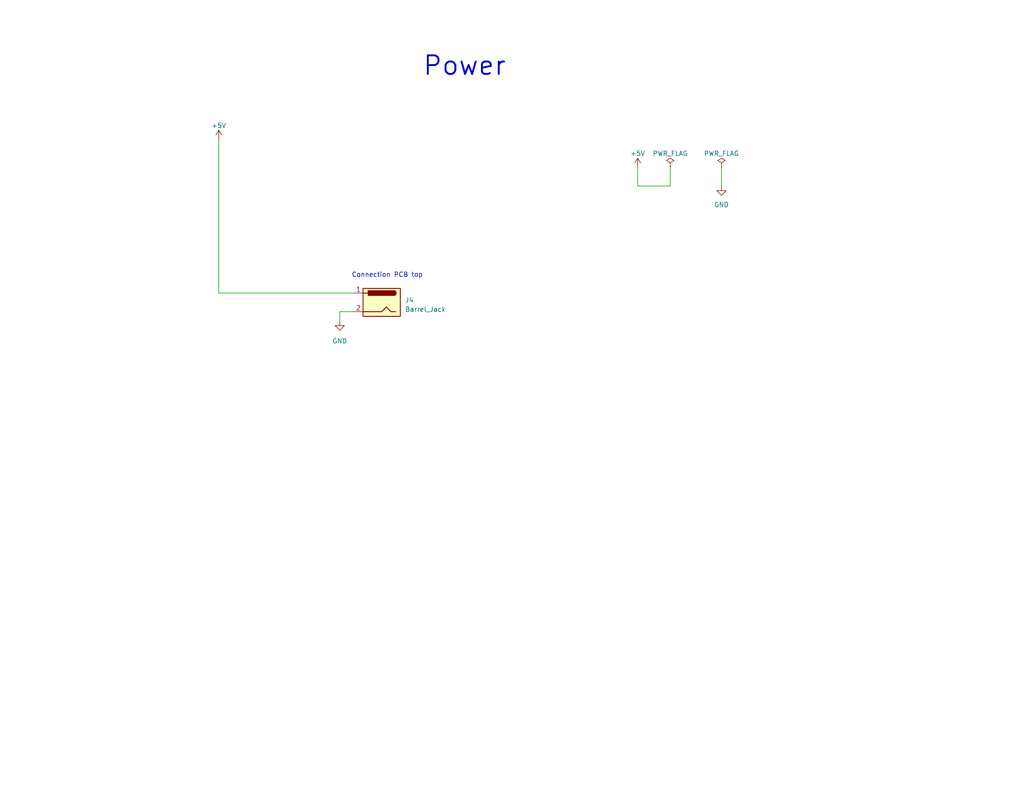
<source format=kicad_sch>
(kicad_sch (version 20250114) (generator "eeschema") (generator_version "9.0")
  (paper "USLetter")
  (title_block (title "12-12 Teensy G4.1 Arena Top Modular LED Display") (date "2025-07-22") (rev "v0.4.1") (company "IORodeo for Reiserlab @ Janelia"))
  (lib_symbols
    (symbol "Connector:Barrel_Jack" (pin_names (offset 1.016))
      (property "Reference" "J" (at 0 5.334 0))
      (property "Value" "Barrel_Jack" (at 0 -5.08 0))
      (symbol "Barrel_Jack_0_1"
        (rectangle (start -5.08 3.81) (end 5.08 -3.81) (stroke (width 0.254)) (fill (type background)))
        (polyline (pts (xy -3.81 -2.54) (xy -2.54 -2.54) (xy -1.27 -1.27) (xy 0 -2.54) (xy 2.54 -2.54) (xy 5.08 -2.54)) (stroke (width 0.254)))
        (arc (start -3.302 1.905) (mid -3.9343 2.54) (end -3.302 3.175) (stroke (width 0.254)))
        (arc (start -3.302 1.905) (mid -3.9343 2.54) (end -3.302 3.175) (stroke (width 0.254)) (fill (type outline)))
        (rectangle (start 3.683 3.175) (end -3.302 1.905) (stroke (width 0.254)) (fill (type outline)))
        (polyline (pts (xy 5.08 2.54) (xy 3.81 2.54)) (stroke (width 0.254)))
      )
      (symbol "Barrel_Jack_1_1"
        (pin passive line (at 7.62 2.54 180) (length 2.54) (name "~") (number "1"))
        (pin passive line (at 7.62 -2.54 180) (length 2.54) (name "~") (number "2"))
      )
    )
    (symbol "power:+5V" (power) (pin_names (offset 0))
      (property "Value" "+5V" (at 0 3.556 0))
      (symbol "+5V_0_1"
        (polyline (pts (xy -0.762 1.27) (xy 0 2.54)))
        (polyline (pts (xy 0 2.54) (xy 0.762 1.27)))
        (polyline (pts (xy 0 0) (xy 0 2.54)))
      )
      (symbol "+5V_1_1"
        (pin power_in line (at 0 0 90) (length 0) (hide yes) (name "+5V") (number "1"))
      )
    )
    (symbol "power:GND" (power) (pin_names (offset 0))
      (property "Value" "GND" (at 0 -3.81 0))
      (symbol "GND_0_1"
        (polyline (pts (xy 0 0) (xy 0 -1.27) (xy 1.27 -1.27) (xy 0 -2.54) (xy -1.27 -1.27) (xy 0 -1.27)))
      )
      (symbol "GND_1_1"
        (pin power_in line (at 0 0 270) (length 0) (hide yes) (name "GND") (number "1"))
      )
    )
    (symbol "power:PWR_FLAG" (power) (pin_numbers (hide yes)) (pin_names (offset 0) (hide yes))
      (property "Value" "PWR_FLAG" (at 0 3.81 0))
      (symbol "PWR_FLAG_0_0"
        (pin power_out line (at 0 0 90) (length 0) (name "pwr") (number "1"))
      )
      (symbol "PWR_FLAG_0_1"
        (polyline (pts (xy 0 0) (xy 0 1.27) (xy -1.016 1.905) (xy 0 2.54) (xy 1.016 1.905) (xy 0 1.27)))
      )
    )
  )
  (text "Connection PCB top" (at 105.664 75.184 0) (effects (font (size 1.27 1.27))))
  (text "Power" (at 115.189 21.082 0) (effects (font (size 5.08 5.08) (thickness 0.508) (bold yes)) (justify left bottom)))
  (wire (pts (xy 173.99 45.72) (xy 173.99 50.8)))
  (wire (pts (xy 96.52 85.09) (xy 92.71 85.09)))
  (wire (pts (xy 196.85 45.72) (xy 196.85 50.8)))
  (wire (pts (xy 59.69 38.1) (xy 59.69 80.01)))
  (wire (pts (xy 182.88 45.72) (xy 182.88 50.8)))
  (wire (pts (xy 182.88 50.8) (xy 173.99 50.8)))
  (wire (pts (xy 59.69 80.01) (xy 96.52 80.01)))
  (wire (pts (xy 92.71 85.09) (xy 92.71 87.63)))
  (symbol (lib_id "power:+5V") (at 173.99 45.72 0) (unit 1)
    (property "Reference" "#PWR074" (effects (hide yes)))
    (property "Value" "+5V" (at 173.99 41.91 0))
  )
  (symbol (lib_id "power:+5V") (at 59.69 38.1 0) (unit 1)
    (property "Reference" "#PWR04" (effects (hide yes)))
    (property "Value" "+5V" (at 59.69 34.29 0))
  )
  (symbol (lib_id "power:PWR_FLAG") (at 196.85 45.72 0) (unit 1)
    (property "Reference" "#FLG03" (effects (hide yes)))
    (property "Value" "PWR_FLAG" (at 196.85 41.91 0))
  )
  (symbol (lib_id "power:PWR_FLAG") (at 182.88 45.72 0) (unit 1)
    (property "Reference" "#FLG01" (effects (hide yes)))
    (property "Value" "PWR_FLAG" (at 182.88 41.91 0))
  )
  (symbol (lib_id "power:GND") (at 92.71 87.63 0) (unit 1)
    (property "Reference" "#PWR0561" (effects (hide yes)))
    (property "Value" "GND" (at 92.71 93.091 0))
  )
  (symbol (lib_id "power:GND") (at 196.85 50.8 0) (unit 1)
    (property "Reference" "#PWR013" (effects (hide yes)))
    (property "Value" "GND" (at 196.85 55.88 0))
  )
  (symbol (lib_id "Connector:Barrel_Jack") (at 104.14 82.55 0) (mirror y) (unit 1)
    (property "Reference" "J4" (at 110.49 81.915 0) (effects (justify right)))
    (property "Value" "Barrel_Jack" (at 110.49 84.455 0) (effects (justify right)))
    (property "Footprint" "arena_custom:DCJACK_2PIN_HIGHCURRENT" (effects (hide yes)))
    (property "Datasheet" "https://octopart.com/datasheet/pj-063ah-same+sky-106234056" (effects (hide yes)))
    (property "DigiKey PN" "CP-063AH-ND" (effects (hide yes)))
    (property "LCSC Part #" "C2928097" (effects (hide yes)))
    (property "MPN" "PJ-063AH" (effects (hide yes)))
  )
)
</source>
